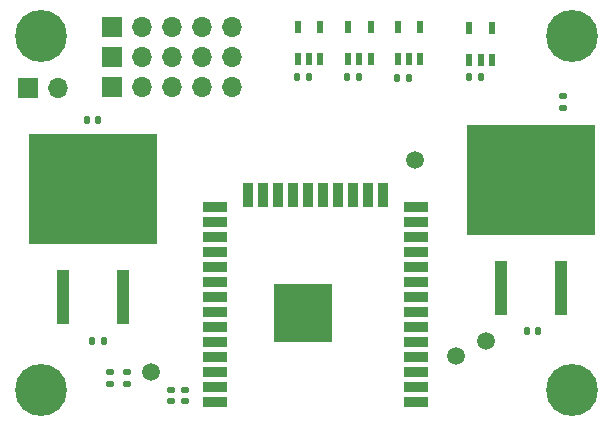
<source format=gbr>
%TF.GenerationSoftware,KiCad,Pcbnew,(6.0.0-0)*%
%TF.CreationDate,2022-04-22T00:51:05+02:00*%
%TF.ProjectId,ProtoBoard,50726f74-6f42-46f6-9172-642e6b696361,rev?*%
%TF.SameCoordinates,Original*%
%TF.FileFunction,Soldermask,Bot*%
%TF.FilePolarity,Negative*%
%FSLAX46Y46*%
G04 Gerber Fmt 4.6, Leading zero omitted, Abs format (unit mm)*
G04 Created by KiCad (PCBNEW (6.0.0-0)) date 2022-04-22 00:51:05*
%MOMM*%
%LPD*%
G01*
G04 APERTURE LIST*
G04 Aperture macros list*
%AMRoundRect*
0 Rectangle with rounded corners*
0 $1 Rounding radius*
0 $2 $3 $4 $5 $6 $7 $8 $9 X,Y pos of 4 corners*
0 Add a 4 corners polygon primitive as box body*
4,1,4,$2,$3,$4,$5,$6,$7,$8,$9,$2,$3,0*
0 Add four circle primitives for the rounded corners*
1,1,$1+$1,$2,$3*
1,1,$1+$1,$4,$5*
1,1,$1+$1,$6,$7*
1,1,$1+$1,$8,$9*
0 Add four rect primitives between the rounded corners*
20,1,$1+$1,$2,$3,$4,$5,0*
20,1,$1+$1,$4,$5,$6,$7,0*
20,1,$1+$1,$6,$7,$8,$9,0*
20,1,$1+$1,$8,$9,$2,$3,0*%
G04 Aperture macros list end*
%ADD10R,1.700000X1.700000*%
%ADD11O,1.700000X1.700000*%
%ADD12C,4.400000*%
%ADD13RoundRect,0.140000X-0.140000X-0.170000X0.140000X-0.170000X0.140000X0.170000X-0.140000X0.170000X0*%
%ADD14R,2.000000X0.900000*%
%ADD15R,0.900000X2.000000*%
%ADD16R,5.000000X5.000000*%
%ADD17C,1.500000*%
%ADD18RoundRect,0.140000X-0.170000X0.140000X-0.170000X-0.140000X0.170000X-0.140000X0.170000X0.140000X0*%
%ADD19RoundRect,0.135000X0.135000X0.185000X-0.135000X0.185000X-0.135000X-0.185000X0.135000X-0.185000X0*%
%ADD20R,0.508000X1.003300*%
%ADD21RoundRect,0.140000X0.170000X-0.140000X0.170000X0.140000X-0.170000X0.140000X-0.170000X-0.140000X0*%
%ADD22RoundRect,0.135000X0.185000X-0.135000X0.185000X0.135000X-0.185000X0.135000X-0.185000X-0.135000X0*%
%ADD23R,1.100000X4.600000*%
%ADD24R,10.800000X9.400000*%
%ADD25RoundRect,0.140000X0.140000X0.170000X-0.140000X0.170000X-0.140000X-0.170000X0.140000X-0.170000X0*%
G04 APERTURE END LIST*
D10*
%TO.C,J8*%
X66075000Y-66880000D03*
D11*
X68615000Y-66880000D03*
X71155000Y-66880000D03*
X73695000Y-66880000D03*
X76235000Y-66880000D03*
%TD*%
D10*
%TO.C,J1*%
X58975000Y-66900000D03*
D11*
X61515000Y-66900000D03*
%TD*%
D12*
%TO.C,H1*%
X60000000Y-62550000D03*
%TD*%
D10*
%TO.C,J6*%
X66075000Y-64340000D03*
D11*
X68615000Y-64340000D03*
X71155000Y-64340000D03*
X73695000Y-64340000D03*
X76235000Y-64340000D03*
%TD*%
D10*
%TO.C,J5*%
X66075000Y-61800000D03*
D11*
X68615000Y-61800000D03*
X71155000Y-61800000D03*
X73695000Y-61800000D03*
X76235000Y-61800000D03*
%TD*%
D12*
%TO.C,H4*%
X60000000Y-92500000D03*
%TD*%
%TO.C,H3*%
X105000000Y-62550000D03*
%TD*%
%TO.C,H2*%
X105000000Y-92500000D03*
%TD*%
D13*
%TO.C,C6*%
X64370000Y-88350000D03*
X65330000Y-88350000D03*
%TD*%
D14*
%TO.C,U1*%
X74750000Y-93505000D03*
X74750000Y-92235000D03*
X74750000Y-90965000D03*
X74750000Y-89695000D03*
X74750000Y-88425000D03*
X74750000Y-87155000D03*
X74750000Y-85885000D03*
X74750000Y-84615000D03*
X74750000Y-83345000D03*
X74750000Y-82075000D03*
X74750000Y-80805000D03*
X74750000Y-79535000D03*
X74750000Y-78265000D03*
X74750000Y-76995000D03*
D15*
X77535000Y-75995000D03*
X78805000Y-75995000D03*
X80075000Y-75995000D03*
X81345000Y-75995000D03*
X82615000Y-75995000D03*
X83885000Y-75995000D03*
X85155000Y-75995000D03*
X86425000Y-75995000D03*
X87695000Y-75995000D03*
X88965000Y-75995000D03*
D14*
X91750000Y-76995000D03*
X91750000Y-78265000D03*
X91750000Y-79535000D03*
X91750000Y-80805000D03*
X91750000Y-82075000D03*
X91750000Y-83345000D03*
X91750000Y-84615000D03*
X91750000Y-85885000D03*
X91750000Y-87155000D03*
X91750000Y-88425000D03*
X91750000Y-89695000D03*
X91750000Y-90965000D03*
X91750000Y-92235000D03*
X91750000Y-93505000D03*
D16*
X82250000Y-86005000D03*
%TD*%
D17*
%TO.C,TP3*%
X95200000Y-89650000D03*
%TD*%
D18*
%TO.C,C4*%
X71050000Y-92470000D03*
X71050000Y-93430000D03*
%TD*%
D13*
%TO.C,C8*%
X101170000Y-87500000D03*
X102130000Y-87500000D03*
%TD*%
D17*
%TO.C,TP2*%
X97700000Y-88400000D03*
%TD*%
D19*
%TO.C,R10*%
X86960000Y-66050000D03*
X85940000Y-66050000D03*
%TD*%
D18*
%TO.C,C3*%
X72250000Y-92470000D03*
X72250000Y-93430000D03*
%TD*%
D20*
%TO.C,U8*%
X87950001Y-64502550D03*
X87000000Y-64502550D03*
X86049999Y-64502550D03*
X86049999Y-61797450D03*
X87950001Y-61797450D03*
%TD*%
D17*
%TO.C,TP4*%
X91700000Y-73050000D03*
%TD*%
D21*
%TO.C,C9*%
X104200000Y-68600000D03*
X104200000Y-67640000D03*
%TD*%
D19*
%TO.C,R12*%
X91210000Y-66100000D03*
X90190000Y-66100000D03*
%TD*%
D20*
%TO.C,U10*%
X92150001Y-64502550D03*
X91200000Y-64502550D03*
X90249999Y-64502550D03*
X90249999Y-61797450D03*
X92150001Y-61797450D03*
%TD*%
%TO.C,U9*%
X83700001Y-64502550D03*
X82750000Y-64502550D03*
X81799999Y-64502550D03*
X81799999Y-61797450D03*
X83700001Y-61797450D03*
%TD*%
D22*
%TO.C,R8*%
X67300000Y-92010000D03*
X67300000Y-90990000D03*
%TD*%
D17*
%TO.C,TP1*%
X69350000Y-91000000D03*
%TD*%
D19*
%TO.C,R11*%
X82760000Y-66050000D03*
X81740000Y-66050000D03*
%TD*%
D23*
%TO.C,U6*%
X104090000Y-83875000D03*
D24*
X101550000Y-74725000D03*
D23*
X99010000Y-83875000D03*
%TD*%
D21*
%TO.C,C2*%
X65900000Y-91980000D03*
X65900000Y-91020000D03*
%TD*%
D23*
%TO.C,U3*%
X66940000Y-84625000D03*
D24*
X64400000Y-75475000D03*
D23*
X61860000Y-84625000D03*
%TD*%
D25*
%TO.C,C7*%
X64880000Y-69650000D03*
X63920000Y-69650000D03*
%TD*%
D19*
%TO.C,R9*%
X97260000Y-66050000D03*
X96240000Y-66050000D03*
%TD*%
D20*
%TO.C,U7*%
X98200001Y-64552550D03*
X97250000Y-64552550D03*
X96299999Y-64552550D03*
X96299999Y-61847450D03*
X98200001Y-61847450D03*
%TD*%
M02*

</source>
